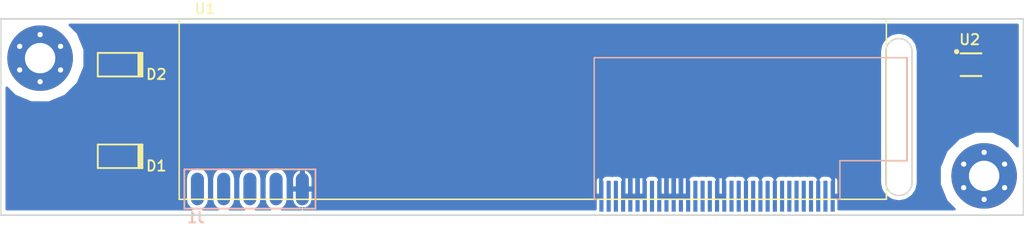
<source format=kicad_pcb>
(kicad_pcb (version 4) (host pcbnew "(2015-09-10 BZR 6177)-product")

  (general
    (links 22)
    (no_connects 17)
    (area 94.539999 95.174999 193.750001 114.375001)
    (thickness 1.6)
    (drawings 25)
    (tracks 0)
    (zones 0)
    (modules 7)
    (nets 20)
  )

  (page A4)
  (layers
    (0 F.Cu signal)
    (31 B.Cu signal)
    (32 B.Adhes user)
    (33 F.Adhes user)
    (34 B.Paste user)
    (35 F.Paste user)
    (36 B.SilkS user)
    (37 F.SilkS user)
    (38 B.Mask user)
    (39 F.Mask user)
    (40 Dwgs.User user)
    (41 Cmts.User user)
    (42 Eco1.User user)
    (43 Eco2.User user)
    (44 Edge.Cuts user)
    (45 Margin user)
    (46 B.CrtYd user)
    (47 F.CrtYd user)
    (48 B.Fab user)
    (49 F.Fab user)
  )

  (setup
    (last_trace_width 0.25)
    (trace_clearance 0.2)
    (zone_clearance 0.381)
    (zone_45_only no)
    (trace_min 0.2)
    (segment_width 0.2)
    (edge_width 0.15)
    (via_size 0.6)
    (via_drill 0.4)
    (via_min_size 0.4)
    (via_min_drill 0.3)
    (uvia_size 0.3)
    (uvia_drill 0.1)
    (uvias_allowed no)
    (uvia_min_size 0.2)
    (uvia_min_drill 0.1)
    (pcb_text_width 0.3)
    (pcb_text_size 1.5 1.5)
    (mod_edge_width 0.15)
    (mod_text_size 1 1)
    (mod_text_width 0.15)
    (pad_size 1.524 1.524)
    (pad_drill 0.762)
    (pad_to_mask_clearance 0.127)
    (aux_axis_origin 94.615 114.3)
    (grid_origin 94.615 114.3)
    (visible_elements FFFFFF7F)
    (pcbplotparams
      (layerselection 0x00030_80000001)
      (usegerberextensions false)
      (excludeedgelayer true)
      (linewidth 0.100000)
      (plotframeref false)
      (viasonmask false)
      (mode 1)
      (useauxorigin false)
      (hpglpennumber 1)
      (hpglpenspeed 20)
      (hpglpendiameter 15)
      (hpglpenoverlay 2)
      (psnegative false)
      (psa4output false)
      (plotreference true)
      (plotvalue true)
      (plotinvisibletext false)
      (padsonsilk false)
      (subtractmaskfromsilk false)
      (outputformat 1)
      (mirror false)
      (drillshape 1)
      (scaleselection 1)
      (outputdirectory ""))
  )

  (net 0 "")
  (net 1 GND)
  (net 2 "Net-(U1-Pad14)")
  (net 3 "Net-(U1-Pad12)")
  (net 4 +3V3)
  (net 5 "Net-(U1-Pad8)")
  (net 6 "Net-(U1-Pad7)")
  (net 7 "Net-(U1-Pad5)")
  (net 8 "Net-(U1-Pad4)")
  (net 9 "Net-(U1-Pad2)")
  (net 10 "Net-(R1-Pad1)")
  (net 11 /SDA)
  (net 12 /SCL)
  (net 13 "Net-(U1-Pad31)")
  (net 14 "Net-(U1-Pad32)")
  (net 15 "Net-(D1-PadK)")
  (net 16 "Net-(D1-PadA)")
  (net 17 "Net-(D2-PadK)")
  (net 18 "Net-(D2-PadA)")
  (net 19 /RESET)

  (net_class Default "This is the default net class."
    (clearance 0.2)
    (trace_width 0.25)
    (via_dia 0.6)
    (via_drill 0.4)
    (uvia_dia 0.3)
    (uvia_drill 0.1)
    (add_net +3V3)
    (add_net /RESET)
    (add_net /SCL)
    (add_net /SDA)
    (add_net GND)
    (add_net "Net-(D1-PadA)")
    (add_net "Net-(D1-PadK)")
    (add_net "Net-(D2-PadA)")
    (add_net "Net-(D2-PadK)")
    (add_net "Net-(R1-Pad1)")
    (add_net "Net-(U1-Pad12)")
    (add_net "Net-(U1-Pad14)")
    (add_net "Net-(U1-Pad2)")
    (add_net "Net-(U1-Pad31)")
    (add_net "Net-(U1-Pad32)")
    (add_net "Net-(U1-Pad4)")
    (add_net "Net-(U1-Pad5)")
    (add_net "Net-(U1-Pad7)")
    (add_net "Net-(U1-Pad8)")
  )

  (module Conn-Wire-Pads:Hole-Screw-#4 (layer F.Cu) (tedit 550B8D28) (tstamp 5630707A)
    (at 189.865 110.49)
    (descr "Mounting Hole - Screw #4 - w/ Pads And Via")
    (attr virtual)
    (fp_text reference REF (at 0 -4.6) (layer F.SilkS) hide
      (effects (font (size 1 1) (thickness 0.18)))
    )
    (fp_text value Hole-Screw-#4 (at 0 4.7) (layer F.Fab) hide
      (effects (font (size 1 1) (thickness 0.18)))
    )
    (pad P thru_hole circle (at 0 0) (size 6.35 6.35) (drill 2.9464) (layers *.Cu *.Mask)
      (clearance 1.016) (zone_connect 2))
    (pad P thru_hole circle (at 0 -2.286) (size 1.016 1.016) (drill 0.508) (layers *.Cu)
      (zone_connect 2))
    (pad P thru_hole circle (at -1.979734 -1.143 60) (size 1.016 1.016) (drill 0.508) (layers *.Cu)
      (zone_connect 2))
    (pad P thru_hole circle (at -1.979734 1.143 120) (size 1.016 1.016) (drill 0.508) (layers *.Cu)
      (zone_connect 2))
    (pad P thru_hole circle (at 0 2.286 180) (size 1.016 1.016) (drill 0.508) (layers *.Cu)
      (zone_connect 2))
    (pad P thru_hole circle (at 1.979734 1.143 240) (size 1.016 1.016) (drill 0.508) (layers *.Cu)
      (zone_connect 2))
    (pad P thru_hole circle (at 1.979734 -1.143 300) (size 1.016 1.016) (drill 0.508) (layers *.Cu)
      (zone_connect 2))
  )

  (module Misc:LCD-ER-OLED1602 (layer F.Cu) (tedit 563043BF) (tstamp 56304497)
    (at 144.145 104.013)
    (path /562D37B8)
    (fp_text reference U1 (at -29.75 -9.75) (layer F.SilkS)
      (effects (font (size 1 1) (thickness 0.15)))
    )
    (fp_text value ER-OLED1602-4W (at 0 10.75) (layer F.Fab) hide
      (effects (font (size 1 1) (thickness 0.15)))
    )
    (fp_line (start 7.95 8.75) (end 8.2 8.75) (layer B.SilkS) (width 0.15))
    (fp_line (start 31.75 8.75) (end 31.5 8.75) (layer B.SilkS) (width 0.15))
    (fp_line (start 38.25 5) (end 38.25 -5) (layer B.SilkS) (width 0.15))
    (fp_line (start 31.75 5) (end 38.25 5) (layer B.SilkS) (width 0.15))
    (fp_line (start 31.75 8.75) (end 31.75 5) (layer B.SilkS) (width 0.15))
    (fp_line (start 7.95 -5) (end 7.95 8.75) (layer B.SilkS) (width 0.15))
    (fp_line (start 38.25 -5) (end 7.95 -5) (layer B.SilkS) (width 0.15))
    (fp_line (start 38.25 5) (end 36.25 5) (layer F.SilkS) (width 0.15))
    (fp_line (start 38.25 -5) (end 38.25 5) (layer F.SilkS) (width 0.15))
    (fp_line (start 36.25 -5) (end 38.25 -5) (layer F.SilkS) (width 0.15))
    (fp_line (start 36.25 8.75) (end 36.25 -8.75) (layer F.SilkS) (width 0.15))
    (fp_line (start -32.25 8.75) (end 36.25 8.75) (layer F.SilkS) (width 0.15))
    (fp_line (start -32.25 -8.75) (end 36.25 -8.75) (layer F.SilkS) (width 0.15))
    (fp_line (start -32.25 8.75) (end -32.25 -8.75) (layer F.SilkS) (width 0.15))
    (pad 16 smd rect (at 20.55 8.45) (size 0.4 3) (layers B.Cu B.Paste B.Mask)
      (net 1 GND))
    (pad 15 smd rect (at 21.25 8.45) (size 0.4 3) (layers B.Cu B.Paste B.Mask))
    (pad 14 smd rect (at 21.95 8.45) (size 0.4 3) (layers B.Cu B.Paste B.Mask)
      (net 2 "Net-(U1-Pad14)"))
    (pad 13 smd rect (at 22.65 8.45) (size 0.4 3) (layers B.Cu B.Paste B.Mask)
      (net 1 GND))
    (pad 12 smd rect (at 23.35 8.45) (size 0.4 3) (layers B.Cu B.Paste B.Mask)
      (net 3 "Net-(U1-Pad12)"))
    (pad 11 smd rect (at 24.05 8.45) (size 0.4 3) (layers B.Cu B.Paste B.Mask)
      (net 1 GND))
    (pad 10 smd rect (at 24.75 8.45) (size 0.4 3) (layers B.Cu B.Paste B.Mask)
      (net 4 +3V3))
    (pad 9 smd rect (at 25.45 8.45) (size 0.4 3) (layers B.Cu B.Paste B.Mask)
      (net 1 GND))
    (pad 8 smd rect (at 26.15 8.45) (size 0.4 3) (layers B.Cu B.Paste B.Mask)
      (net 5 "Net-(U1-Pad8)"))
    (pad 7 smd rect (at 26.85 8.45) (size 0.4 3) (layers B.Cu B.Paste B.Mask)
      (net 6 "Net-(U1-Pad7)"))
    (pad 6 smd rect (at 27.55 8.45) (size 0.4 3) (layers B.Cu B.Paste B.Mask)
      (net 4 +3V3))
    (pad 5 smd rect (at 28.25 8.45) (size 0.4 3) (layers B.Cu B.Paste B.Mask)
      (net 7 "Net-(U1-Pad5)"))
    (pad 4 smd rect (at 28.95 8.45) (size 0.4 3) (layers B.Cu B.Paste B.Mask)
      (net 8 "Net-(U1-Pad4)"))
    (pad 3 smd rect (at 29.65 8.45) (size 0.4 3) (layers B.Cu B.Paste B.Mask)
      (net 1 GND))
    (pad 2 smd rect (at 30.35 8.45) (size 0.4 3) (layers B.Cu B.Paste B.Mask)
      (net 9 "Net-(U1-Pad2)"))
    (pad 30 smd rect (at 10.75 8.45) (size 0.4 3) (layers B.Cu B.Paste B.Mask)
      (net 1 GND))
    (pad 29 smd rect (at 11.45 8.45) (size 0.4 3) (layers B.Cu B.Paste B.Mask)
      (net 1 GND))
    (pad 28 smd rect (at 12.15 8.45) (size 0.4 3) (layers B.Cu B.Paste B.Mask)
      (net 1 GND))
    (pad 27 smd rect (at 12.85 8.45) (size 0.4 3) (layers B.Cu B.Paste B.Mask)
      (net 1 GND))
    (pad 26 smd rect (at 13.55 8.45) (size 0.4 3) (layers B.Cu B.Paste B.Mask)
      (net 10 "Net-(R1-Pad1)"))
    (pad 25 smd rect (at 14.25 8.45) (size 0.4 3) (layers B.Cu B.Paste B.Mask)
      (net 1 GND))
    (pad 24 smd rect (at 14.95 8.45) (size 0.4 3) (layers B.Cu B.Paste B.Mask)
      (net 1 GND))
    (pad 23 smd rect (at 15.65 8.45) (size 0.4 3) (layers B.Cu B.Paste B.Mask)
      (net 1 GND))
    (pad 22 smd rect (at 16.35 8.45) (size 0.4 3) (layers B.Cu B.Paste B.Mask)
      (net 1 GND))
    (pad 21 smd rect (at 17.05 8.45) (size 0.4 3) (layers B.Cu B.Paste B.Mask)
      (net 1 GND))
    (pad 20 smd rect (at 17.75 8.45) (size 0.4 3) (layers B.Cu B.Paste B.Mask)
      (net 11 /SDA))
    (pad 19 smd rect (at 18.45 8.45) (size 0.4 3) (layers B.Cu B.Paste B.Mask)
      (net 11 /SDA))
    (pad 18 smd rect (at 19.15 8.45) (size 0.4 3) (layers B.Cu B.Paste B.Mask)
      (net 12 /SCL))
    (pad 17 smd rect (at 19.85 8.45) (size 0.4 3) (layers B.Cu B.Paste B.Mask)
      (net 1 GND))
    (pad 31 smd rect (at 10.05 8.45) (size 0.4 3) (layers B.Cu B.Paste B.Mask)
      (net 13 "Net-(U1-Pad31)"))
    (pad 32 smd rect (at 9.35 8.45) (size 0.4 3) (layers B.Cu B.Paste B.Mask)
      (net 14 "Net-(U1-Pad32)"))
    (pad 33 smd rect (at 8.65 8.45) (size 0.4 3) (layers B.Cu B.Paste B.Mask)
      (net 1 GND))
    (pad 1 smd rect (at 31.05 8.45) (size 0.4 3) (layers B.Cu B.Paste B.Mask)
      (net 1 GND))
  )

  (module Conn-Wire-Pads:Hole-Screw-#4 (layer F.Cu) (tedit 550B8D28) (tstamp 56307077)
    (at 98.425 99.06)
    (descr "Mounting Hole - Screw #4 - w/ Pads And Via")
    (attr virtual)
    (fp_text reference REF (at 0 -4.6) (layer F.SilkS) hide
      (effects (font (size 1 1) (thickness 0.18)))
    )
    (fp_text value Hole-Screw-#4 (at 0 4.7) (layer F.Fab) hide
      (effects (font (size 1 1) (thickness 0.18)))
    )
    (pad P thru_hole circle (at 0 0) (size 6.35 6.35) (drill 2.9464) (layers *.Cu *.Mask)
      (clearance 1.016) (zone_connect 2))
    (pad P thru_hole circle (at 0 -2.286) (size 1.016 1.016) (drill 0.508) (layers *.Cu)
      (zone_connect 2))
    (pad P thru_hole circle (at -1.979734 -1.143 60) (size 1.016 1.016) (drill 0.508) (layers *.Cu)
      (zone_connect 2))
    (pad P thru_hole circle (at -1.979734 1.143 120) (size 1.016 1.016) (drill 0.508) (layers *.Cu)
      (zone_connect 2))
    (pad P thru_hole circle (at 0 2.286 180) (size 1.016 1.016) (drill 0.508) (layers *.Cu)
      (zone_connect 2))
    (pad P thru_hole circle (at 1.979734 1.143 240) (size 1.016 1.016) (drill 0.508) (layers *.Cu)
      (zone_connect 2))
    (pad P thru_hole circle (at 1.979734 -1.143 300) (size 1.016 1.016) (drill 0.508) (layers *.Cu)
      (zone_connect 2))
  )

  (module SMT:LED-0805 (layer F.Cu) (tedit 563063EB) (tstamp 56307670)
    (at 106.045 108.585 180)
    (descr "0805 (2012 metric)")
    (tags "smt 0805")
    (path /563061BE)
    (fp_text reference D1 (at -2.54 -1.524 180) (layer F.SilkS)
      (effects (font (size 1 1) (thickness 0.18)) (justify left bottom))
    )
    (fp_text value LED (at -0.127 2.159 180) (layer F.SilkS) hide
      (effects (font (size 1 1) (thickness 0.18)))
    )
    (fp_line (start -1.016 -0.635) (end 1.016 -0.635) (layer Dwgs.User) (width 0.05))
    (fp_line (start 1.016 -0.635) (end 1.016 0.635) (layer Dwgs.User) (width 0.05))
    (fp_line (start -1.905 1.143) (end -1.905 -1.143) (layer F.SilkS) (width 0.18))
    (fp_line (start -2.032 -1.143) (end 2.032 -1.143) (layer F.CrtYd) (width 0.05))
    (fp_line (start 2.032 -1.143) (end 2.032 1.143) (layer F.CrtYd) (width 0.05))
    (fp_line (start 2.032 1.143) (end -2.032 1.143) (layer F.CrtYd) (width 0.05))
    (fp_line (start -2.032 1.143) (end -2.032 -1.143) (layer F.CrtYd) (width 0.05))
    (fp_line (start -2.286 1.143) (end 2.032 1.143) (layer F.SilkS) (width 0.18))
    (fp_line (start 2.032 1.143) (end 2.032 -1.143) (layer F.SilkS) (width 0.18))
    (fp_line (start 2.032 -1.143) (end -2.286 -1.143) (layer F.SilkS) (width 0.18))
    (fp_line (start -2.286 -1.143) (end -2.286 1.143) (layer F.SilkS) (width 0.18))
    (fp_line (start -2.032 1.143) (end -2.032 -1.143) (layer F.SilkS) (width 0.18))
    (fp_line (start -2.159 1.143) (end -2.159 -1.143) (layer F.SilkS) (width 0.18))
    (fp_line (start -1.016 0.635) (end 1.016 0.635) (layer Dwgs.User) (width 0.05))
    (fp_line (start -1.016 -0.635) (end -1.016 0.635) (layer Dwgs.User) (width 0.05))
    (pad K smd rect (at -0.95 0 180) (size 1.3 1.5) (layers F.Cu F.Paste F.Mask)
      (net 15 "Net-(D1-PadK)"))
    (pad A smd rect (at 0.95 0 180) (size 1.3 1.5) (layers F.Cu F.Paste F.Mask)
      (net 16 "Net-(D1-PadA)"))
    (model smt.pretty/CPL-0805.wrl
      (at (xyz 0 0 0))
      (scale (xyz 1 1 1))
      (rotate (xyz 0 0 0))
    )
  )

  (module SMT:LED-0805 (layer F.Cu) (tedit 563063EB) (tstamp 56307685)
    (at 106.045 99.695 180)
    (descr "0805 (2012 metric)")
    (tags "smt 0805")
    (path /56306388)
    (fp_text reference D2 (at -2.54 -1.524 180) (layer F.SilkS)
      (effects (font (size 1 1) (thickness 0.18)) (justify left bottom))
    )
    (fp_text value LED (at -0.127 2.159 180) (layer F.SilkS) hide
      (effects (font (size 1 1) (thickness 0.18)))
    )
    (fp_line (start -1.016 -0.635) (end 1.016 -0.635) (layer Dwgs.User) (width 0.05))
    (fp_line (start 1.016 -0.635) (end 1.016 0.635) (layer Dwgs.User) (width 0.05))
    (fp_line (start -1.905 1.143) (end -1.905 -1.143) (layer F.SilkS) (width 0.18))
    (fp_line (start -2.032 -1.143) (end 2.032 -1.143) (layer F.CrtYd) (width 0.05))
    (fp_line (start 2.032 -1.143) (end 2.032 1.143) (layer F.CrtYd) (width 0.05))
    (fp_line (start 2.032 1.143) (end -2.032 1.143) (layer F.CrtYd) (width 0.05))
    (fp_line (start -2.032 1.143) (end -2.032 -1.143) (layer F.CrtYd) (width 0.05))
    (fp_line (start -2.286 1.143) (end 2.032 1.143) (layer F.SilkS) (width 0.18))
    (fp_line (start 2.032 1.143) (end 2.032 -1.143) (layer F.SilkS) (width 0.18))
    (fp_line (start 2.032 -1.143) (end -2.286 -1.143) (layer F.SilkS) (width 0.18))
    (fp_line (start -2.286 -1.143) (end -2.286 1.143) (layer F.SilkS) (width 0.18))
    (fp_line (start -2.032 1.143) (end -2.032 -1.143) (layer F.SilkS) (width 0.18))
    (fp_line (start -2.159 1.143) (end -2.159 -1.143) (layer F.SilkS) (width 0.18))
    (fp_line (start -1.016 0.635) (end 1.016 0.635) (layer Dwgs.User) (width 0.05))
    (fp_line (start -1.016 -0.635) (end -1.016 0.635) (layer Dwgs.User) (width 0.05))
    (pad K smd rect (at -0.95 0 180) (size 1.3 1.5) (layers F.Cu F.Paste F.Mask)
      (net 17 "Net-(D2-PadK)"))
    (pad A smd rect (at 0.95 0 180) (size 1.3 1.5) (layers F.Cu F.Paste F.Mask)
      (net 18 "Net-(D2-PadA)"))
    (model smt.pretty/CPL-0805.wrl
      (at (xyz 0 0 0))
      (scale (xyz 1 1 1))
      (rotate (xyz 0 0 0))
    )
  )

  (module Conn-Wire-Pads:WP-50mil-1x05 (layer B.Cu) (tedit 5509C458) (tstamp 563085F4)
    (at 118.745 111.76)
    (descr "Wire pads - 50mil x 125mil - Single row, 5 pos.")
    (path /563069BD)
    (attr virtual)
    (fp_text reference J1 (at -5.207 2.794) (layer B.SilkS)
      (effects (font (size 1 1) (thickness 0.18)) (justify mirror))
    )
    (fp_text value HEADER-1x05 (at 0 -3.175) (layer B.Fab) hide
      (effects (font (size 1 1) (thickness 0.18)) (justify mirror))
    )
    (fp_line (start 6.35 -1.905) (end -6.35 -1.905) (layer B.SilkS) (width 0.18))
    (fp_line (start -6.35 1.905) (end 6.35 1.905) (layer B.SilkS) (width 0.18))
    (fp_line (start 6.35 1.905) (end 6.35 -1.905) (layer B.SilkS) (width 0.18))
    (fp_line (start -6.35 -1.905) (end -6.35 1.905) (layer B.SilkS) (width 0.18))
    (fp_line (start 6.35 -1.905) (end -6.35 -1.905) (layer B.CrtYd) (width 0.05))
    (fp_line (start -6.35 1.905) (end 6.35 1.905) (layer B.CrtYd) (width 0.05))
    (fp_line (start 6.35 1.905) (end 6.35 -1.905) (layer B.CrtYd) (width 0.05))
    (fp_line (start -6.35 -1.905) (end -6.35 1.905) (layer B.CrtYd) (width 0.05))
    (pad 1 smd oval (at -5.08 0) (size 1.27 3.175) (layers B.Cu B.Paste B.Mask)
      (net 4 +3V3))
    (pad 2 smd oval (at -2.54 0) (size 1.27 3.175) (layers B.Cu B.Paste B.Mask)
      (net 11 /SDA))
    (pad 3 smd oval (at 0 0) (size 1.27 3.175) (layers B.Cu B.Paste B.Mask)
      (net 12 /SCL))
    (pad 5 smd oval (at 5.08 0) (size 1.27 3.175) (layers B.Cu B.Paste B.Mask)
      (net 1 GND))
    (pad 4 smd oval (at 2.54 0) (size 1.27 3.175) (layers B.Cu B.Paste B.Mask)
      (net 19 /RESET))
  )

  (module SMT-DFN:6 (layer F.Cu) (tedit 563174C6) (tstamp 563182F9)
    (at 188.595 99.695)
    (descr "DFN - 6")
    (path /563165B0)
    (fp_text reference U2 (at -1.25 -1.85) (layer F.SilkS)
      (effects (font (size 1 1) (thickness 0.18)) (justify left bottom))
    )
    (fp_text value TSL2561 (at 0 2.4) (layer F.SilkS) hide
      (effects (font (size 1 1) (thickness 0.18)))
    )
    (fp_line (start -1 -1.1) (end 1 -1.1) (layer F.SilkS) (width 0.2032))
    (fp_line (start 1 1.1) (end -1 1.1) (layer F.SilkS) (width 0.2032))
    (fp_line (start -1 -1) (end -1 1) (layer Dwgs.User) (width 0.2032))
    (fp_line (start -1 -1) (end 1 -1) (layer Dwgs.User) (width 0.2032))
    (fp_line (start 1 -1) (end 1 1) (layer Dwgs.User) (width 0.2032))
    (fp_line (start -1 1) (end 1 1) (layer Dwgs.User) (width 0.2032))
    (fp_circle (center -1.397 -1.27) (end -1.27 -1.27) (layer F.SilkS) (width 0.254))
    (pad 2 smd rect (at -1.1 0) (size 1.7 0.35) (layers F.Cu F.Paste F.Mask))
    (pad 5 smd rect (at 1.1 0) (size 1.7 0.35) (layers F.Cu F.Paste F.Mask))
    (pad 6 smd rect (at 1.1 -0.65) (size 1.7 0.35) (layers F.Cu F.Paste F.Mask))
    (pad 1 smd rect (at -1.1 -0.65) (size 1.7 0.35) (layers F.Cu F.Paste F.Mask))
    (pad 3 smd rect (at -1.1 0.65) (size 1.7 0.35) (layers F.Cu F.Paste F.Mask))
    (pad 4 smd rect (at 1.1 0.65) (size 1.7 0.35) (layers F.Cu F.Paste F.Mask))
  )

  (gr_circle (center 106.045 108.585) (end 109.22 108.585) (layer Dwgs.User) (width 0.2))
  (gr_circle (center 106.045 99.695) (end 109.22 99.695) (layer Dwgs.User) (width 0.2))
  (gr_line (start 186.055 99.695) (end 191.135 99.695) (layer Dwgs.User) (width 0.2))
  (gr_line (start 188.595 97.155) (end 188.595 102.235) (layer Dwgs.User) (width 0.2))
  (gr_circle (center 188.595 99.695) (end 191.135 99.695) (layer Dwgs.User) (width 0.2))
  (gr_line (start 102.235 104.14) (end 109.855 104.14) (layer Dwgs.User) (width 0.2))
  (gr_line (start 102.235 99.695) (end 109.855 99.695) (layer Dwgs.User) (width 0.2) (tstamp 563077DE))
  (gr_line (start 102.235 108.585) (end 109.855 108.585) (layer Dwgs.User) (width 0.2))
  (gr_line (start 108.585 100.965) (end 103.505 100.965) (layer Dwgs.User) (width 0.2))
  (gr_line (start 108.585 98.425) (end 108.585 100.965) (layer Dwgs.User) (width 0.2))
  (gr_line (start 103.505 98.425) (end 108.585 98.425) (layer Dwgs.User) (width 0.2))
  (gr_line (start 103.505 100.965) (end 103.505 98.425) (layer Dwgs.User) (width 0.2))
  (gr_line (start 108.585 107.315) (end 103.505 107.315) (layer Dwgs.User) (width 0.2))
  (gr_line (start 108.585 109.855) (end 108.585 107.315) (layer Dwgs.User) (width 0.2))
  (gr_line (start 103.505 109.855) (end 108.585 109.855) (layer Dwgs.User) (width 0.2))
  (gr_line (start 103.505 107.315) (end 103.505 109.855) (layer Dwgs.User) (width 0.2))
  (gr_line (start 106.045 113.665) (end 106.045 96.52) (layer Dwgs.User) (width 0.2))
  (gr_arc (start 181.61 98.425) (end 180.34 98.425) (angle 180) (layer Edge.Cuts) (width 0.15))
  (gr_arc (start 181.61 111.125) (end 182.88 111.125) (angle 180) (layer Edge.Cuts) (width 0.15))
  (gr_line (start 180.34 98.425) (end 180.34 111.125) (layer Edge.Cuts) (width 0.15))
  (gr_line (start 182.88 111.125) (end 182.88 98.425) (layer Edge.Cuts) (width 0.15))
  (gr_line (start 94.615 95.25) (end 94.615 114.3) (angle 90) (layer Edge.Cuts) (width 0.15))
  (gr_line (start 193.675 95.25) (end 94.615 95.25) (angle 90) (layer Edge.Cuts) (width 0.15))
  (gr_line (start 193.675 114.3) (end 193.675 95.25) (angle 90) (layer Edge.Cuts) (width 0.15))
  (gr_line (start 94.615 114.3) (end 193.675 114.3) (angle 90) (layer Edge.Cuts) (width 0.15))

  (zone (net 1) (net_name GND) (layer B.Cu) (tstamp 0) (hatch edge 0.508)
    (connect_pads (clearance 0.381))
    (min_thickness 0.254)
    (fill yes (arc_segments 16) (thermal_gap 0.254) (thermal_bridge_width 0.508))
    (polygon
      (pts
        (xy 94.615 95.25) (xy 193.675 95.25) (xy 193.675 114.3) (xy 94.615 114.3)
      )
    )
    (filled_polygon
      (pts
        (xy 193.092 107.610727) (xy 192.314144 106.831512) (xy 190.727672 106.172751) (xy 189.009865 106.171252) (xy 187.422245 106.827243)
        (xy 186.206512 108.040856) (xy 185.547751 109.627328) (xy 185.546252 111.345135) (xy 186.202243 112.932755) (xy 186.98512 113.717)
        (xy 175.776 113.717) (xy 175.776 112.68525) (xy 175.68075 112.59) (xy 175.295 112.59) (xy 175.295 112.61)
        (xy 175.212952 112.61) (xy 175.212952 110.963) (xy 175.17753 110.774747) (xy 175.114793 110.67725) (xy 175.295 110.67725)
        (xy 175.295 112.336) (xy 175.68075 112.336) (xy 175.776 112.24075) (xy 175.776 110.887215) (xy 175.717996 110.747181)
        (xy 175.61082 110.640004) (xy 175.470786 110.582) (xy 175.39025 110.582) (xy 175.295 110.67725) (xy 175.114793 110.67725)
        (xy 175.066272 110.601847) (xy 174.896512 110.485855) (xy 174.695 110.445048) (xy 174.295 110.445048) (xy 174.106747 110.48047)
        (xy 173.933847 110.591728) (xy 173.817855 110.761488) (xy 173.795659 110.871095) (xy 173.77753 110.774747) (xy 173.666272 110.601847)
        (xy 173.496512 110.485855) (xy 173.295 110.445048) (xy 172.895 110.445048) (xy 172.739493 110.474308) (xy 172.595 110.445048)
        (xy 172.195 110.445048) (xy 172.039493 110.474308) (xy 171.895 110.445048) (xy 171.495 110.445048) (xy 171.339493 110.474308)
        (xy 171.195 110.445048) (xy 170.795 110.445048) (xy 170.639493 110.474308) (xy 170.495 110.445048) (xy 170.095 110.445048)
        (xy 169.906747 110.48047) (xy 169.733847 110.591728) (xy 169.617855 110.761488) (xy 169.595659 110.871095) (xy 169.57753 110.774747)
        (xy 169.466272 110.601847) (xy 169.296512 110.485855) (xy 169.095 110.445048) (xy 168.695 110.445048) (xy 168.506747 110.48047)
        (xy 168.333847 110.591728) (xy 168.217855 110.761488) (xy 168.195659 110.871095) (xy 168.17753 110.774747) (xy 168.066272 110.601847)
        (xy 167.896512 110.485855) (xy 167.695 110.445048) (xy 167.295 110.445048) (xy 167.106747 110.48047) (xy 166.933847 110.591728)
        (xy 166.817855 110.761488) (xy 166.795659 110.871095) (xy 166.77753 110.774747) (xy 166.666272 110.601847) (xy 166.496512 110.485855)
        (xy 166.295 110.445048) (xy 165.895 110.445048) (xy 165.739493 110.474308) (xy 165.595 110.445048) (xy 165.195 110.445048)
        (xy 165.006747 110.48047) (xy 164.833847 110.591728) (xy 164.717855 110.761488) (xy 164.677048 110.963) (xy 164.677048 112.61)
        (xy 164.595 112.61) (xy 164.595 112.59) (xy 164.095 112.59) (xy 164.095 112.61) (xy 164.012952 112.61)
        (xy 164.012952 110.963) (xy 163.97753 110.774747) (xy 163.914793 110.67725) (xy 164.095 110.67725) (xy 164.095 112.336)
        (xy 164.595 112.336) (xy 164.595 110.67725) (xy 164.49975 110.582) (xy 164.419214 110.582) (xy 164.345 110.61274)
        (xy 164.270786 110.582) (xy 164.19025 110.582) (xy 164.095 110.67725) (xy 163.914793 110.67725) (xy 163.866272 110.601847)
        (xy 163.696512 110.485855) (xy 163.495 110.445048) (xy 163.095 110.445048) (xy 162.939493 110.474308) (xy 162.795 110.445048)
        (xy 162.395 110.445048) (xy 162.239493 110.474308) (xy 162.095 110.445048) (xy 161.695 110.445048) (xy 161.506747 110.48047)
        (xy 161.333847 110.591728) (xy 161.217855 110.761488) (xy 161.177048 110.963) (xy 161.177048 112.61) (xy 161.095 112.61)
        (xy 161.095 112.59) (xy 160.595 112.59) (xy 160.595 112.61) (xy 160.395 112.61) (xy 160.395 112.59)
        (xy 159.895 112.59) (xy 159.895 112.61) (xy 159.695 112.61) (xy 159.695 112.59) (xy 159.195 112.59)
        (xy 159.195 112.61) (xy 158.995 112.61) (xy 158.995 112.59) (xy 158.495 112.59) (xy 158.495 112.61)
        (xy 158.412952 112.61) (xy 158.412952 110.963) (xy 158.37753 110.774747) (xy 158.314793 110.67725) (xy 158.495 110.67725)
        (xy 158.495 112.336) (xy 158.995 112.336) (xy 158.995 110.67725) (xy 159.195 110.67725) (xy 159.195 112.336)
        (xy 159.695 112.336) (xy 159.695 110.67725) (xy 159.895 110.67725) (xy 159.895 112.336) (xy 160.395 112.336)
        (xy 160.395 110.67725) (xy 160.595 110.67725) (xy 160.595 112.336) (xy 161.095 112.336) (xy 161.095 110.67725)
        (xy 160.99975 110.582) (xy 160.919214 110.582) (xy 160.845 110.61274) (xy 160.770786 110.582) (xy 160.69025 110.582)
        (xy 160.595 110.67725) (xy 160.395 110.67725) (xy 160.29975 110.582) (xy 160.219214 110.582) (xy 160.145 110.61274)
        (xy 160.070786 110.582) (xy 159.99025 110.582) (xy 159.895 110.67725) (xy 159.695 110.67725) (xy 159.59975 110.582)
        (xy 159.519214 110.582) (xy 159.445 110.61274) (xy 159.370786 110.582) (xy 159.29025 110.582) (xy 159.195 110.67725)
        (xy 158.995 110.67725) (xy 158.89975 110.582) (xy 158.819214 110.582) (xy 158.745 110.61274) (xy 158.670786 110.582)
        (xy 158.59025 110.582) (xy 158.495 110.67725) (xy 158.314793 110.67725) (xy 158.266272 110.601847) (xy 158.096512 110.485855)
        (xy 157.895 110.445048) (xy 157.495 110.445048) (xy 157.306747 110.48047) (xy 157.133847 110.591728) (xy 157.017855 110.761488)
        (xy 156.977048 110.963) (xy 156.977048 112.61) (xy 156.895 112.61) (xy 156.895 112.59) (xy 156.395 112.59)
        (xy 156.395 112.61) (xy 156.195 112.61) (xy 156.195 112.59) (xy 155.695 112.59) (xy 155.695 112.61)
        (xy 155.495 112.61) (xy 155.495 112.59) (xy 154.995 112.59) (xy 154.995 112.61) (xy 154.912952 112.61)
        (xy 154.912952 110.963) (xy 154.87753 110.774747) (xy 154.814793 110.67725) (xy 154.995 110.67725) (xy 154.995 112.336)
        (xy 155.495 112.336) (xy 155.495 110.67725) (xy 155.695 110.67725) (xy 155.695 112.336) (xy 156.195 112.336)
        (xy 156.195 110.67725) (xy 156.395 110.67725) (xy 156.395 112.336) (xy 156.895 112.336) (xy 156.895 110.67725)
        (xy 156.79975 110.582) (xy 156.719214 110.582) (xy 156.645 110.61274) (xy 156.570786 110.582) (xy 156.49025 110.582)
        (xy 156.395 110.67725) (xy 156.195 110.67725) (xy 156.09975 110.582) (xy 156.019214 110.582) (xy 155.945 110.61274)
        (xy 155.870786 110.582) (xy 155.79025 110.582) (xy 155.695 110.67725) (xy 155.495 110.67725) (xy 155.39975 110.582)
        (xy 155.319214 110.582) (xy 155.245 110.61274) (xy 155.170786 110.582) (xy 155.09025 110.582) (xy 154.995 110.67725)
        (xy 154.814793 110.67725) (xy 154.766272 110.601847) (xy 154.596512 110.485855) (xy 154.395 110.445048) (xy 153.995 110.445048)
        (xy 153.839493 110.474308) (xy 153.695 110.445048) (xy 153.295 110.445048) (xy 153.106747 110.48047) (xy 152.933847 110.591728)
        (xy 152.817855 110.761488) (xy 152.777048 110.963) (xy 152.777048 112.61) (xy 152.695 112.61) (xy 152.695 112.59)
        (xy 152.30925 112.59) (xy 152.214 112.68525) (xy 152.214 113.717) (xy 123.952002 113.717) (xy 123.952002 113.62445)
        (xy 124.108127 113.688253) (xy 124.453618 113.520723) (xy 124.715061 113.218639) (xy 124.841 112.8395) (xy 124.841 111.887)
        (xy 123.952 111.887) (xy 123.952 111.907) (xy 123.698 111.907) (xy 123.698 111.887) (xy 122.809 111.887)
        (xy 122.809 112.8395) (xy 122.934939 113.218639) (xy 123.196382 113.520723) (xy 123.541873 113.688253) (xy 123.697998 113.62445)
        (xy 123.697998 113.717) (xy 121.860914 113.717) (xy 122.093223 113.561776) (xy 122.340994 113.19096) (xy 122.428 112.753553)
        (xy 122.428 110.766447) (xy 122.410905 110.6805) (xy 122.809 110.6805) (xy 122.809 111.633) (xy 123.698 111.633)
        (xy 123.698 109.895551) (xy 123.952 109.895551) (xy 123.952 111.633) (xy 124.841 111.633) (xy 124.841 110.887215)
        (xy 152.214 110.887215) (xy 152.214 112.24075) (xy 152.30925 112.336) (xy 152.695 112.336) (xy 152.695 110.67725)
        (xy 152.59975 110.582) (xy 152.519214 110.582) (xy 152.37918 110.640004) (xy 152.272004 110.747181) (xy 152.214 110.887215)
        (xy 124.841 110.887215) (xy 124.841 110.6805) (xy 124.715061 110.301361) (xy 124.453618 109.999277) (xy 124.108127 109.831747)
        (xy 123.952 109.895551) (xy 123.698 109.895551) (xy 123.541873 109.831747) (xy 123.196382 109.999277) (xy 122.934939 110.301361)
        (xy 122.809 110.6805) (xy 122.410905 110.6805) (xy 122.340994 110.32904) (xy 122.093223 109.958224) (xy 121.722407 109.710453)
        (xy 121.285 109.623447) (xy 120.847593 109.710453) (xy 120.476777 109.958224) (xy 120.229006 110.32904) (xy 120.142 110.766447)
        (xy 120.142 112.753553) (xy 120.229006 113.19096) (xy 120.476777 113.561776) (xy 120.709086 113.717) (xy 119.320914 113.717)
        (xy 119.553223 113.561776) (xy 119.800994 113.19096) (xy 119.888 112.753553) (xy 119.888 110.766447) (xy 119.800994 110.32904)
        (xy 119.553223 109.958224) (xy 119.182407 109.710453) (xy 118.745 109.623447) (xy 118.307593 109.710453) (xy 117.936777 109.958224)
        (xy 117.689006 110.32904) (xy 117.602 110.766447) (xy 117.602 112.753553) (xy 117.689006 113.19096) (xy 117.936777 113.561776)
        (xy 118.169086 113.717) (xy 116.780914 113.717) (xy 117.013223 113.561776) (xy 117.260994 113.19096) (xy 117.348 112.753553)
        (xy 117.348 110.766447) (xy 117.260994 110.32904) (xy 117.013223 109.958224) (xy 116.642407 109.710453) (xy 116.205 109.623447)
        (xy 115.767593 109.710453) (xy 115.396777 109.958224) (xy 115.149006 110.32904) (xy 115.062 110.766447) (xy 115.062 112.753553)
        (xy 115.149006 113.19096) (xy 115.396777 113.561776) (xy 115.629086 113.717) (xy 114.240914 113.717) (xy 114.473223 113.561776)
        (xy 114.720994 113.19096) (xy 114.808 112.753553) (xy 114.808 110.766447) (xy 114.720994 110.32904) (xy 114.473223 109.958224)
        (xy 114.102407 109.710453) (xy 113.665 109.623447) (xy 113.227593 109.710453) (xy 112.856777 109.958224) (xy 112.609006 110.32904)
        (xy 112.522 110.766447) (xy 112.522 112.753553) (xy 112.609006 113.19096) (xy 112.856777 113.561776) (xy 113.089086 113.717)
        (xy 95.198 113.717) (xy 95.198 101.939273) (xy 95.975856 102.718488) (xy 97.562328 103.377249) (xy 99.280135 103.378748)
        (xy 100.867755 102.722757) (xy 102.083488 101.509144) (xy 102.742249 99.922672) (xy 102.743555 98.425) (xy 179.757 98.425)
        (xy 179.757 111.125) (xy 179.768202 111.181316) (xy 179.768202 111.238738) (xy 179.864875 111.724745) (xy 179.864875 111.724746)
        (xy 179.951926 111.934905) (xy 180.227227 112.346923) (xy 180.388075 112.507772) (xy 180.388077 112.507773) (xy 180.800094 112.783073)
        (xy 180.800095 112.783074) (xy 181.010254 112.870125) (xy 181.496262 112.966798) (xy 181.723738 112.966798) (xy 182.209745 112.870125)
        (xy 182.209746 112.870125) (xy 182.419905 112.783074) (xy 182.831923 112.507773) (xy 182.992772 112.346925) (xy 182.992773 112.346923)
        (xy 183.268074 111.934905) (xy 183.355125 111.724746) (xy 183.355125 111.724745) (xy 183.451798 111.238738) (xy 183.451798 111.181316)
        (xy 183.463 111.125) (xy 183.463 98.425) (xy 183.451798 98.368684) (xy 183.451798 98.311262) (xy 183.355125 97.825254)
        (xy 183.268074 97.615095) (xy 182.992773 97.203077) (xy 182.992772 97.203076) (xy 182.992772 97.203075) (xy 182.831923 97.042227)
        (xy 182.419905 96.766926) (xy 182.209746 96.679875) (xy 182.209745 96.679875) (xy 181.723738 96.583202) (xy 181.496262 96.583202)
        (xy 181.010254 96.679875) (xy 180.800095 96.766926) (xy 180.388076 97.042227) (xy 180.388075 97.042228) (xy 180.227227 97.203077)
        (xy 179.951926 97.615095) (xy 179.864875 97.825255) (xy 179.768202 98.311262) (xy 179.768202 98.368684) (xy 179.757 98.425)
        (xy 102.743555 98.425) (xy 102.743748 98.204865) (xy 102.087757 96.617245) (xy 101.30488 95.833) (xy 193.092 95.833)
      )
    )
  )
)

</source>
